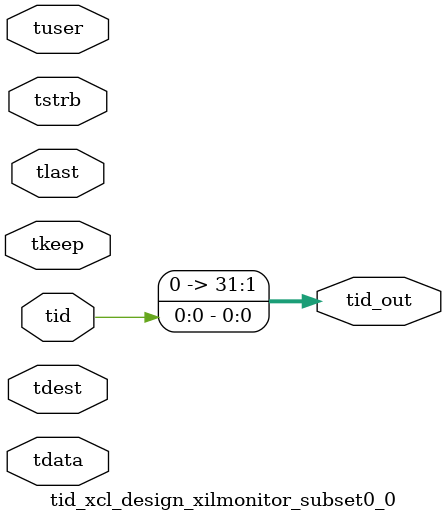
<source format=v>


`timescale 1ps/1ps

module tid_xcl_design_xilmonitor_subset0_0 #
(
parameter C_S_AXIS_TID_WIDTH   = 1,
parameter C_S_AXIS_TUSER_WIDTH = 0,
parameter C_S_AXIS_TDATA_WIDTH = 0,
parameter C_S_AXIS_TDEST_WIDTH = 0,
parameter C_M_AXIS_TID_WIDTH   = 32
)
(
input  [(C_S_AXIS_TID_WIDTH   == 0 ? 1 : C_S_AXIS_TID_WIDTH)-1:0       ] tid,
input  [(C_S_AXIS_TDATA_WIDTH == 0 ? 1 : C_S_AXIS_TDATA_WIDTH)-1:0     ] tdata,
input  [(C_S_AXIS_TUSER_WIDTH == 0 ? 1 : C_S_AXIS_TUSER_WIDTH)-1:0     ] tuser,
input  [(C_S_AXIS_TDEST_WIDTH == 0 ? 1 : C_S_AXIS_TDEST_WIDTH)-1:0     ] tdest,
input  [(C_S_AXIS_TDATA_WIDTH/8)-1:0 ] tkeep,
input  [(C_S_AXIS_TDATA_WIDTH/8)-1:0 ] tstrb,
input                                                                    tlast,
output [(C_M_AXIS_TID_WIDTH   == 0 ? 1 : C_M_AXIS_TID_WIDTH)-1:0       ] tid_out
);

assign tid_out = {tid[0:0]};

endmodule


</source>
